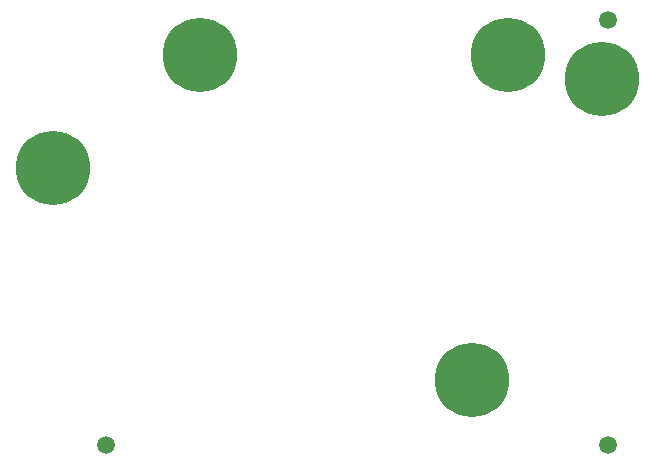
<source format=gbr>
G04 #@! TF.GenerationSoftware,KiCad,Pcbnew,5.1.6+dfsg1-1~bpo10+1*
G04 #@! TF.CreationDate,2021-04-20T21:14:46-04:00*
G04 #@! TF.ProjectId,RUSP_Faceplate,52555350-5f46-4616-9365-706c6174652e,rev?*
G04 #@! TF.SameCoordinates,Original*
G04 #@! TF.FileFunction,Soldermask,Bot*
G04 #@! TF.FilePolarity,Negative*
%FSLAX46Y46*%
G04 Gerber Fmt 4.6, Leading zero omitted, Abs format (unit mm)*
G04 Created by KiCad (PCBNEW 5.1.6+dfsg1-1~bpo10+1) date 2021-04-20 21:14:46*
%MOMM*%
%LPD*%
G01*
G04 APERTURE LIST*
%ADD10C,1.500000*%
%ADD11C,6.300000*%
G04 APERTURE END LIST*
D10*
G04 #@! TO.C,FID3*
X165292000Y-68680000D03*
G04 #@! TD*
D11*
G04 #@! TO.C,H1*
X130792000Y-71680000D03*
G04 #@! TD*
G04 #@! TO.C,H2*
X118292000Y-81180000D03*
G04 #@! TD*
G04 #@! TO.C,H3*
X153792000Y-99180000D03*
G04 #@! TD*
G04 #@! TO.C,H4*
X164792000Y-73680000D03*
G04 #@! TD*
G04 #@! TO.C,H5*
X156792000Y-71680000D03*
G04 #@! TD*
D10*
G04 #@! TO.C,FID1*
X122792000Y-104680000D03*
G04 #@! TD*
G04 #@! TO.C,FID2*
X165292000Y-104680000D03*
G04 #@! TD*
M02*

</source>
